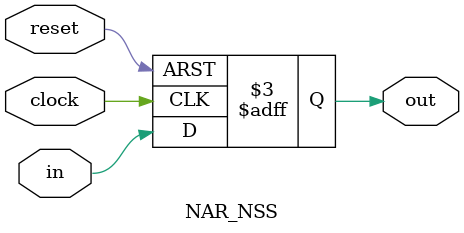
<source format=v>
module NAR_NSS (input wire clock, reset, in, output reg out);
  always@(posedge clock or negedge reset)begin
    if(!reset)
      out <= 1'b0;
    else
      out <= in;
  end
endmodule



</source>
